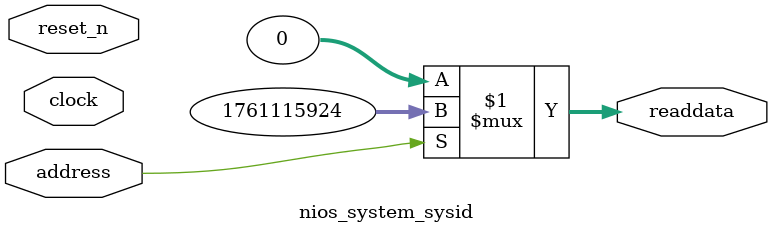
<source format=v>

`timescale 1ns / 1ps
// synthesis translate_on

// turn off superfluous verilog processor warnings 
// altera message_level Level1 
// altera message_off 10034 10035 10036 10037 10230 10240 10030 

module nios_system_sysid (
               // inputs:
                address,
                clock,
                reset_n,

               // outputs:
                readdata
             )
;

  output  [ 31: 0] readdata;
  input            address;
  input            clock;
  input            reset_n;

  wire    [ 31: 0] readdata;
  //control_slave, which is an e_avalon_slave
  assign readdata = address ? 1761115924 : 0;

endmodule




</source>
